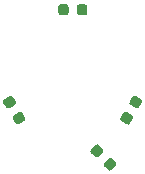
<source format=gbr>
%TF.GenerationSoftware,KiCad,Pcbnew,(5.1.6)-1*%
%TF.CreationDate,2020-07-27T22:26:38+01:00*%
%TF.ProjectId,enc-led,656e632d-6c65-4642-9e6b-696361645f70,rev?*%
%TF.SameCoordinates,Original*%
%TF.FileFunction,Paste,Top*%
%TF.FilePolarity,Positive*%
%FSLAX46Y46*%
G04 Gerber Fmt 4.6, Leading zero omitted, Abs format (unit mm)*
G04 Created by KiCad (PCBNEW (5.1.6)-1) date 2020-07-27 22:26:38*
%MOMM*%
%LPD*%
G01*
G04 APERTURE LIST*
G04 APERTURE END LIST*
%TO.C,R1*%
G36*
G01*
X30666292Y-35578684D02*
X31028684Y-35216291D01*
G75*
G02*
X31338044Y-35216291I154680J-154680D01*
G01*
X31647403Y-35525650D01*
G75*
G02*
X31647403Y-35835010I-154680J-154680D01*
G01*
X31285010Y-36197403D01*
G75*
G02*
X30975650Y-36197403I-154680J154680D01*
G01*
X30666291Y-35888044D01*
G75*
G02*
X30666291Y-35578684I154680J154680D01*
G01*
G37*
G36*
G01*
X29552598Y-34464990D02*
X29914990Y-34102597D01*
G75*
G02*
X30224350Y-34102597I154680J-154680D01*
G01*
X30533709Y-34411956D01*
G75*
G02*
X30533709Y-34721316I-154680J-154680D01*
G01*
X30171316Y-35083709D01*
G75*
G02*
X29861956Y-35083709I-154680J154680D01*
G01*
X29552597Y-34774350D01*
G75*
G02*
X29552597Y-34464990I154680J154680D01*
G01*
G37*
%TD*%
%TO.C,D3*%
G36*
G01*
X23096919Y-30718766D02*
X22653081Y-30975016D01*
G75*
G02*
X22354263Y-30894948I-109375J189443D01*
G01*
X22135513Y-30516062D01*
G75*
G02*
X22215581Y-30217244I189443J109375D01*
G01*
X22659419Y-29960994D01*
G75*
G02*
X22958237Y-30041062I109375J-189443D01*
G01*
X23176987Y-30419948D01*
G75*
G02*
X23096919Y-30718766I-189443J-109375D01*
G01*
G37*
G36*
G01*
X23884419Y-32082756D02*
X23440581Y-32339006D01*
G75*
G02*
X23141763Y-32258938I-109375J189443D01*
G01*
X22923013Y-31880052D01*
G75*
G02*
X23003081Y-31581234I189443J109375D01*
G01*
X23446919Y-31324984D01*
G75*
G02*
X23745737Y-31405052I109375J-189443D01*
G01*
X23964487Y-31783938D01*
G75*
G02*
X23884419Y-32082756I-189443J-109375D01*
G01*
G37*
%TD*%
%TO.C,D2*%
G36*
G01*
X28350000Y-22906250D02*
X28350000Y-22393750D01*
G75*
G02*
X28568750Y-22175000I218750J0D01*
G01*
X29006250Y-22175000D01*
G75*
G02*
X29225000Y-22393750I0J-218750D01*
G01*
X29225000Y-22906250D01*
G75*
G02*
X29006250Y-23125000I-218750J0D01*
G01*
X28568750Y-23125000D01*
G75*
G02*
X28350000Y-22906250I0J218750D01*
G01*
G37*
G36*
G01*
X26775000Y-22906250D02*
X26775000Y-22393750D01*
G75*
G02*
X26993750Y-22175000I218750J0D01*
G01*
X27431250Y-22175000D01*
G75*
G02*
X27650000Y-22393750I0J-218750D01*
G01*
X27650000Y-22906250D01*
G75*
G02*
X27431250Y-23125000I-218750J0D01*
G01*
X26993750Y-23125000D01*
G75*
G02*
X26775000Y-22906250I0J218750D01*
G01*
G37*
%TD*%
%TO.C,D1*%
G36*
G01*
X33340581Y-29960994D02*
X33784419Y-30217244D01*
G75*
G02*
X33864487Y-30516062I-109375J-189443D01*
G01*
X33645737Y-30894948D01*
G75*
G02*
X33346919Y-30975016I-189443J109375D01*
G01*
X32903081Y-30718766D01*
G75*
G02*
X32823013Y-30419948I109375J189443D01*
G01*
X33041763Y-30041062D01*
G75*
G02*
X33340581Y-29960994I189443J-109375D01*
G01*
G37*
G36*
G01*
X32553081Y-31324984D02*
X32996919Y-31581234D01*
G75*
G02*
X33076987Y-31880052I-109375J-189443D01*
G01*
X32858237Y-32258938D01*
G75*
G02*
X32559419Y-32339006I-189443J109375D01*
G01*
X32115581Y-32082756D01*
G75*
G02*
X32035513Y-31783938I109375J189443D01*
G01*
X32254263Y-31405052D01*
G75*
G02*
X32553081Y-31324984I189443J-109375D01*
G01*
G37*
%TD*%
M02*

</source>
